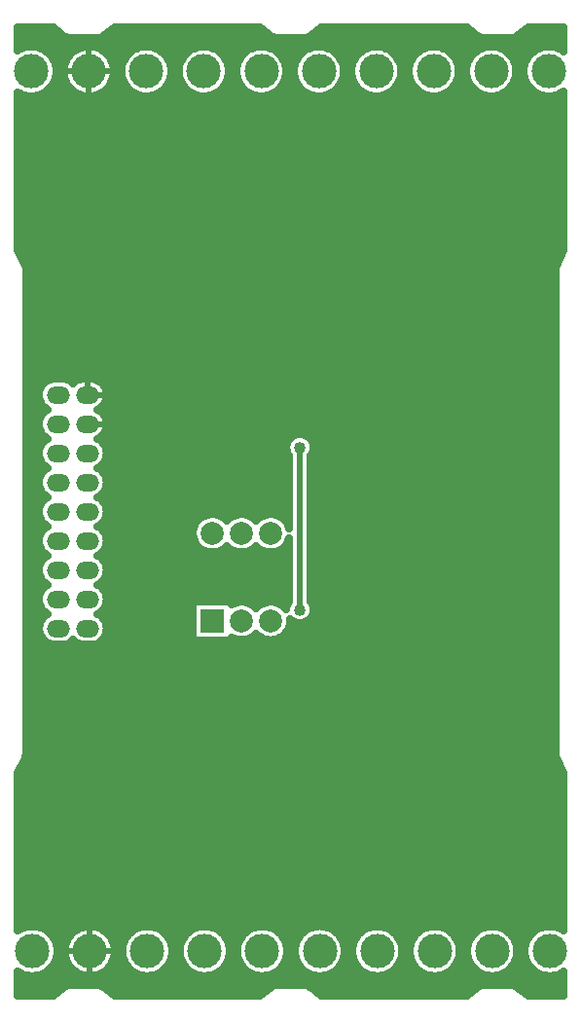
<source format=gbl>
%TF.GenerationSoftware,Novarm,DipTrace,3.3.1.2*%
%TF.CreationDate,2019-04-15T21:39:32+01:00*%
%FSLAX35Y35*%
%MOMM*%
%TF.FileFunction,Copper,L2,Bot*%
%TF.Part,Single*%
%TA.AperFunction,Conductor*%
%ADD14C,0.5*%
%TA.AperFunction,CopperBalancing*%
%ADD15C,0.635*%
%TA.AperFunction,ComponentPad*%
%ADD27R,2.0X2.0*%
%ADD28C,2.0*%
%ADD29O,2.0X1.5*%
%ADD31C,3.0*%
%TA.AperFunction,ViaPad*%
%ADD35C,1.016*%
%TA.AperFunction,CopperBalancing*%
%ADD71C,0.5*%
G75*
G01*
%LPD*%
X666680Y5269947D2*
D14*
Y5238200D1*
X1444233Y4762240D2*
Y4682873D1*
X2619100Y4857240D2*
Y4920733D1*
X3555627Y4650887D2*
X3508007D1*
X1619080Y2873073D2*
Y2746087D1*
X2365127Y5111213D2*
X2396873Y5079467D1*
X1730193Y5984247D2*
X1698447D1*
X2190520D2*
X2222267D1*
X2634973D2*
X2682593D1*
X3079427D2*
X3127047D1*
X3523880Y5968373D2*
X3571500D1*
X3968333D2*
X4000080D1*
X4412787D2*
X4460407D1*
X4857240D2*
X4888987D1*
X1634953Y5809640D2*
X1619080D1*
X2111153D2*
X2095280D1*
X3015933D2*
X2984187D1*
X2571480D2*
X2539733D1*
X3460387D2*
X3444513D1*
X3904840D2*
X3873093D1*
X4349293D2*
X4317547D1*
X4793747D2*
X4746127D1*
X1396853Y1761940D2*
Y1793687D1*
X1857180Y1761940D2*
Y1793687D1*
X2317507Y1761940D2*
Y1793687D1*
X2777833Y1761940D2*
Y1793687D1*
X3222287Y1761940D2*
Y1777813D1*
X3682613Y1761940D2*
Y1777813D1*
X4158813Y1761940D2*
Y1777813D1*
X4619140Y1761940D2*
Y1777813D1*
X1317487Y1936547D2*
X1301613D1*
X1793687D2*
X1777813D1*
X2254013D2*
X2238140D1*
X2714340D2*
X2698467D1*
X3158793D2*
X3142920D1*
X3619120D2*
X3603247D1*
X4095320D2*
X4063573D1*
X4555647D2*
X4523900D1*
X2952440Y4428660D2*
Y3015933D1*
D35*
X666680Y5269947D3*
X1444233Y4762240D3*
X2619100Y4857240D3*
X3555627Y4650887D3*
X1619080Y2873073D3*
X2365127Y5111213D3*
X1730193Y5984247D3*
X2190520D3*
X2634973D3*
X3079427D3*
X3523880Y5968373D3*
X3968333D3*
X4412787D3*
X4857240D3*
X1634953Y5809640D3*
X2111153D3*
X3015933D3*
X2571480D3*
X3460387D3*
X3904840D3*
X4349293D3*
X4793747D3*
X1396853Y1761940D3*
X1857180D3*
X2317507D3*
X2777833D3*
X3222287D3*
X3682613D3*
X4158813D3*
X4619140D3*
X1317487Y1936547D3*
X1793687D3*
X2254013D3*
X2714340D3*
X3158793D3*
X3619120D3*
X4095320D3*
X4555647D3*
X2952440Y4428660D3*
Y3015933D3*
X502336Y8032557D2*
D15*
X861237D1*
X1284914D2*
X2661367D1*
X3084588D2*
X4461133D1*
X4884810D2*
X5243711D1*
X502336Y7969390D2*
X5243711D1*
X502336Y7906223D2*
X542227D1*
X691828D2*
X1042162D1*
X1191854D2*
X1542188D1*
X1691789D2*
X2042214D1*
X2191815D2*
X2542149D1*
X2691841D2*
X3042175D1*
X3191776D2*
X3542201D1*
X3691802D2*
X4042227D1*
X4191828D2*
X4542162D1*
X4691854D2*
X5042188D1*
X5191789D2*
X5243711D1*
X786893Y7843057D2*
X947097D1*
X1286919D2*
X1447123D1*
X1786945D2*
X1947058D1*
X2286880D2*
X2447084D1*
X2786906D2*
X2947110D1*
X3286932D2*
X3447136D1*
X3786867D2*
X3947071D1*
X4286893D2*
X4447097D1*
X4786919D2*
X4947123D1*
X825448Y7779890D2*
X908542D1*
X1325383D2*
X1408568D1*
X1825409D2*
X1908594D1*
X2325435D2*
X2408620D1*
X2825461D2*
X2908555D1*
X3325396D2*
X3408581D1*
X3825422D2*
X3908607D1*
X4325448D2*
X4408542D1*
X4825383D2*
X4908568D1*
X840031Y7716723D2*
X894050D1*
X1339966D2*
X1393985D1*
X1839992D2*
X1894011D1*
X2340018D2*
X2394037D1*
X2839953D2*
X2893972D1*
X3339979D2*
X3393998D1*
X3840005D2*
X3894024D1*
X4340031D2*
X4394050D1*
X4839966D2*
X4893985D1*
X835656Y7653557D2*
X898425D1*
X1335591D2*
X1398360D1*
X1835617D2*
X1898386D1*
X2335643D2*
X2398412D1*
X2835578D2*
X2898347D1*
X3335604D2*
X3398373D1*
X3835630D2*
X3898399D1*
X4335656D2*
X4398425D1*
X4835591D2*
X4898360D1*
X810955Y7590390D2*
X923034D1*
X1310982D2*
X1423060D1*
X1811008D2*
X1922995D1*
X2310942D2*
X2423021D1*
X2810968D2*
X2923047D1*
X3310995D2*
X3423073D1*
X3810929D2*
X3923008D1*
X4310955D2*
X4423034D1*
X4810982D2*
X4923060D1*
X755083Y7527223D2*
X978907D1*
X1255109D2*
X1478841D1*
X1755135D2*
X1978867D1*
X2255161D2*
X2478893D1*
X2755096D2*
X2978920D1*
X3255122D2*
X3478854D1*
X3755148D2*
X3978880D1*
X4255083D2*
X4478907D1*
X4755109D2*
X4978841D1*
X502336Y7464057D2*
X5243711D1*
X502336Y7400890D2*
X5243711D1*
X502336Y7337723D2*
X5243711D1*
X502336Y7274557D2*
X5243711D1*
X502336Y7211390D2*
X5243711D1*
X502336Y7148223D2*
X5243711D1*
X502336Y7085057D2*
X5243711D1*
X502336Y7021890D2*
X5243711D1*
X502336Y6958723D2*
X5243711D1*
X502336Y6895557D2*
X5243711D1*
X502336Y6832390D2*
X5243711D1*
X502336Y6769223D2*
X5243711D1*
X502336Y6706057D2*
X5243711D1*
X502336Y6642890D2*
X5243711D1*
X502336Y6579723D2*
X5243711D1*
X502336Y6516557D2*
X5243711D1*
X502336Y6453390D2*
X5243711D1*
X502336Y6390223D2*
X5243711D1*
X502336Y6327057D2*
X5243711D1*
X502336Y6263890D2*
X5243711D1*
X502336Y6200723D2*
X5243711D1*
X506164Y6137557D2*
X5239883D1*
X537883Y6074390D2*
X5208164D1*
X569237Y6011223D2*
X5176810D1*
X577349Y5948057D2*
X5168698D1*
X577349Y5884890D2*
X5168698D1*
X577349Y5821723D2*
X5168698D1*
X577349Y5758557D2*
X5168698D1*
X577349Y5695390D2*
X5168698D1*
X577349Y5632223D2*
X5168698D1*
X577349Y5569057D2*
X5168698D1*
X577349Y5505890D2*
X5168698D1*
X577349Y5442723D2*
X5168698D1*
X577349Y5379557D2*
X5168698D1*
X577349Y5316390D2*
X5168698D1*
X577349Y5253223D2*
X5168698D1*
X577349Y5190057D2*
X5168698D1*
X577349Y5126890D2*
X5168698D1*
X577349Y5063723D2*
X5168698D1*
X577349Y5000557D2*
X735547D1*
X966450D2*
X989571D1*
X1220474D2*
X5168698D1*
X577349Y4937390D2*
X687058D1*
X1268963D2*
X5168698D1*
X577349Y4874223D2*
X677852D1*
X1278169D2*
X5168698D1*
X577349Y4811057D2*
X698542D1*
X1257479D2*
X5168698D1*
X577349Y4747890D2*
X737461D1*
X1218651D2*
X5168698D1*
X577349Y4684723D2*
X687604D1*
X1268416D2*
X5168698D1*
X577349Y4621557D2*
X677761D1*
X1278260D2*
X5168698D1*
X577349Y4558390D2*
X697722D1*
X1258299D2*
X5168698D1*
X577349Y4495223D2*
X739375D1*
X1216737D2*
X2848581D1*
X3056333D2*
X5168698D1*
X577349Y4432057D2*
X688151D1*
X1267870D2*
X2828073D1*
X3076841D2*
X5168698D1*
X577349Y4368890D2*
X677670D1*
X1278351D2*
X2844206D1*
X3060617D2*
X5168698D1*
X577349Y4305723D2*
X696992D1*
X1259028D2*
X2853776D1*
X3051047D2*
X5168698D1*
X577349Y4242557D2*
X741289D1*
X1214732D2*
X2853776D1*
X3051047D2*
X5168698D1*
X577349Y4179390D2*
X688698D1*
X1267323D2*
X2853776D1*
X3051047D2*
X5168698D1*
X577349Y4116223D2*
X677578D1*
X1278442D2*
X2853776D1*
X3051047D2*
X5168698D1*
X577349Y4053057D2*
X696172D1*
X1259849D2*
X2853776D1*
X3051047D2*
X5168698D1*
X577349Y3989890D2*
X743386D1*
X1212635D2*
X2853776D1*
X3051047D2*
X5168698D1*
X577349Y3926723D2*
X689245D1*
X1266776D2*
X2853776D1*
X3051047D2*
X5168698D1*
X577349Y3863557D2*
X677487D1*
X1278534D2*
X2853776D1*
X3051047D2*
X5168698D1*
X577349Y3800390D2*
X695443D1*
X1260578D2*
X2065365D1*
X2823729D2*
X2853776D1*
X3051047D2*
X5168698D1*
X577349Y3737223D2*
X745482D1*
X1210539D2*
X2026081D1*
X3051047D2*
X5168698D1*
X577349Y3674057D2*
X689883D1*
X1266138D2*
X2017149D1*
X3051047D2*
X5168698D1*
X577349Y3610890D2*
X677487D1*
X1278534D2*
X2033099D1*
X3051047D2*
X5168698D1*
X577349Y3547723D2*
X694714D1*
X1261307D2*
X2085417D1*
X2295721D2*
X2339349D1*
X2549745D2*
X2593373D1*
X2803677D2*
X2853776D1*
X3051047D2*
X5168698D1*
X577349Y3484557D2*
X747761D1*
X1208260D2*
X2853776D1*
X3051047D2*
X5168698D1*
X577349Y3421390D2*
X690430D1*
X1265591D2*
X2853776D1*
X3051047D2*
X5168698D1*
X577349Y3358223D2*
X677396D1*
X1278625D2*
X2853776D1*
X3051047D2*
X5168698D1*
X577349Y3295057D2*
X693985D1*
X1262036D2*
X2853776D1*
X3051047D2*
X5168698D1*
X577349Y3231890D2*
X750039D1*
X1205982D2*
X2853776D1*
X3051047D2*
X5168698D1*
X577349Y3168723D2*
X691068D1*
X1264953D2*
X2853776D1*
X3051047D2*
X5168698D1*
X577349Y3105557D2*
X677396D1*
X1278625D2*
X2853776D1*
X3051047D2*
X5168698D1*
X577349Y3042390D2*
X693255D1*
X1262765D2*
X2016875D1*
X3073833D2*
X5168698D1*
X577349Y2979223D2*
X752500D1*
X1203521D2*
X2016875D1*
X3071008D2*
X5168698D1*
X577349Y2916057D2*
X691706D1*
X1264315D2*
X2016875D1*
X3021789D2*
X5168698D1*
X577349Y2852890D2*
X677396D1*
X1278625D2*
X2016875D1*
X2857817D2*
X5168698D1*
X577349Y2789723D2*
X692617D1*
X1263403D2*
X2016875D1*
X2554940D2*
X2588086D1*
X2808963D2*
X5168698D1*
X577349Y2726557D2*
X755964D1*
X946125D2*
X1009896D1*
X1200057D2*
X5168698D1*
X577349Y2663390D2*
X5168698D1*
X577349Y2600223D2*
X5168698D1*
X577349Y2537057D2*
X5168698D1*
X577349Y2473890D2*
X5168698D1*
X577349Y2410723D2*
X5168698D1*
X577349Y2347557D2*
X5168698D1*
X577349Y2284390D2*
X5168698D1*
X577349Y2221223D2*
X5168698D1*
X577349Y2158057D2*
X5168698D1*
X577349Y2094890D2*
X5168698D1*
X577349Y2031723D2*
X5168698D1*
X577349Y1968557D2*
X5168698D1*
X577349Y1905390D2*
X5168698D1*
X577349Y1842223D2*
X5168698D1*
X577349Y1779057D2*
X5168698D1*
X563312Y1715890D2*
X5182735D1*
X531593Y1652723D2*
X5214362D1*
X502336Y1589557D2*
X5243711D1*
X502336Y1526390D2*
X5243711D1*
X502336Y1463223D2*
X5243711D1*
X502336Y1400057D2*
X5243711D1*
X502336Y1336890D2*
X5243711D1*
X502336Y1273723D2*
X5243711D1*
X502336Y1210557D2*
X5243711D1*
X502336Y1147390D2*
X5243711D1*
X502336Y1084223D2*
X5243711D1*
X502336Y1021057D2*
X5243711D1*
X502336Y957890D2*
X5243711D1*
X502336Y894723D2*
X5243711D1*
X502336Y831557D2*
X5243711D1*
X502336Y768390D2*
X5243711D1*
X502336Y705223D2*
X5243711D1*
X502336Y642057D2*
X5243711D1*
X502336Y578890D2*
X5243711D1*
X502336Y515723D2*
X5243711D1*
X502336Y452557D2*
X5243711D1*
X502336Y389390D2*
X5243711D1*
X502336Y326223D2*
X5243711D1*
X502336Y263057D2*
X591263D1*
X658742D2*
X1091289D1*
X1158768D2*
X1591224D1*
X1658703D2*
X2091250D1*
X2158729D2*
X2591276D1*
X2658755D2*
X3091302D1*
X3158781D2*
X3591237D1*
X3658716D2*
X4091263D1*
X4158742D2*
X4591289D1*
X4658768D2*
X5091224D1*
X5158703D2*
X5243711D1*
X786255Y199890D2*
X963776D1*
X1286281D2*
X1463711D1*
X1786216D2*
X1963737D1*
X2286242D2*
X2463763D1*
X2786268D2*
X2963789D1*
X3286203D2*
X3463724D1*
X3786229D2*
X3963750D1*
X4286255D2*
X4463776D1*
X4786281D2*
X4963711D1*
X829458Y136723D2*
X920482D1*
X1329484D2*
X1420508D1*
X1829510D2*
X1920534D1*
X2329445D2*
X2420560D1*
X2829471D2*
X2920495D1*
X3329497D2*
X3420521D1*
X3829432D2*
X3920547D1*
X4329458D2*
X4420482D1*
X4829484D2*
X4920508D1*
X847049Y73557D2*
X902891D1*
X1347075D2*
X1402917D1*
X1847101D2*
X1902943D1*
X2347036D2*
X2402969D1*
X2847062D2*
X2902904D1*
X3347088D2*
X3402930D1*
X3847114D2*
X3902956D1*
X4347049D2*
X4402891D1*
X4847075D2*
X4902917D1*
X845409Y10390D2*
X904532D1*
X1345435D2*
X1404558D1*
X1845461D2*
X1904584D1*
X2345487D2*
X2404518D1*
X2845422D2*
X2904545D1*
X3345448D2*
X3404571D1*
X3845474D2*
X3904597D1*
X4345409D2*
X4404532D1*
X4845435D2*
X4904558D1*
X824080Y-52777D2*
X925860D1*
X1324107D2*
X1425886D1*
X1824133D2*
X1925912D1*
X2324159D2*
X2425847D1*
X2824093D2*
X2925873D1*
X3324120D2*
X3425899D1*
X3824146D2*
X3925925D1*
X4324080D2*
X4425860D1*
X4824107D2*
X4925886D1*
X774497Y-115943D2*
X975443D1*
X1274523D2*
X1475469D1*
X1774549D2*
X1975495D1*
X2274575D2*
X2475430D1*
X2774510D2*
X2975456D1*
X3274536D2*
X3475482D1*
X3774562D2*
X3975508D1*
X4274497D2*
X4475443D1*
X4774523D2*
X4975469D1*
X502336Y-179110D2*
X5243711D1*
X502336Y-242277D2*
X5243711D1*
X502336Y-305443D2*
X845560D1*
X1300591D2*
X2645690D1*
X3100357D2*
X4445456D1*
X4900487D2*
X5243711D1*
X2046563Y3087983D2*
X2357810D1*
Y3063830D1*
X2380501Y3075249D1*
X2405467Y3083361D1*
X2431395Y3087468D1*
X2457645D1*
X2483573Y3083361D1*
X2508539Y3075249D1*
X2531929Y3063332D1*
X2553166Y3047902D1*
X2571485Y3029603D1*
X2589874Y3047902D1*
X2611111Y3063332D1*
X2634501Y3075249D1*
X2659467Y3083361D1*
X2685395Y3087468D1*
X2711645D1*
X2737573Y3083361D1*
X2762539Y3075249D1*
X2785929Y3063332D1*
X2807166Y3047902D1*
X2825728Y3029339D1*
X2834345Y3018299D1*
X2835804Y3034407D1*
X2840130Y3052425D1*
X2847221Y3069545D1*
X2856903Y3085345D1*
X2860155Y3089469D1*
X2860150Y3639462D1*
X2853076Y3618674D1*
X2841158Y3595285D1*
X2825728Y3574047D1*
X2807166Y3555485D1*
X2785929Y3540055D1*
X2762539Y3528138D1*
X2737573Y3520026D1*
X2711645Y3515919D1*
X2685395D1*
X2659467Y3520026D1*
X2634501Y3528138D1*
X2611111Y3540055D1*
X2589874Y3555485D1*
X2571555Y3573783D1*
X2553166Y3555485D1*
X2531929Y3540055D1*
X2508539Y3528138D1*
X2483573Y3520026D1*
X2457645Y3515919D1*
X2431395D1*
X2405467Y3520026D1*
X2380501Y3528138D1*
X2357111Y3540055D1*
X2335874Y3555485D1*
X2317555Y3573783D1*
X2299216Y3555485D1*
X2277979Y3540055D1*
X2254589Y3528138D1*
X2229623Y3520026D1*
X2203695Y3515919D1*
X2177445D1*
X2151517Y3520026D1*
X2126551Y3528138D1*
X2103161Y3540055D1*
X2081924Y3555485D1*
X2063362Y3574047D1*
X2047932Y3595285D1*
X2036014Y3618674D1*
X2027902Y3643640D1*
X2023796Y3669568D1*
Y3695819D1*
X2027902Y3721746D1*
X2036014Y3746712D1*
X2047932Y3770102D1*
X2063362Y3791339D1*
X2081924Y3809902D1*
X2103161Y3825332D1*
X2126551Y3837249D1*
X2151517Y3845361D1*
X2177445Y3849468D1*
X2203695D1*
X2229623Y3845361D1*
X2254589Y3837249D1*
X2277979Y3825332D1*
X2299216Y3809902D1*
X2317535Y3791603D1*
X2335874Y3809902D1*
X2357111Y3825332D1*
X2380501Y3837249D1*
X2405467Y3845361D1*
X2431395Y3849468D1*
X2457645D1*
X2483573Y3845361D1*
X2508539Y3837249D1*
X2531929Y3825332D1*
X2553166Y3809902D1*
X2571485Y3791603D1*
X2589874Y3809902D1*
X2611111Y3825332D1*
X2634501Y3837249D1*
X2659467Y3845361D1*
X2685395Y3849468D1*
X2711645D1*
X2737573Y3845361D1*
X2762539Y3837249D1*
X2785929Y3825332D1*
X2807166Y3809902D1*
X2825728Y3791339D1*
X2841158Y3770102D1*
X2853076Y3746712D1*
X2860143Y3725450D1*
X2860150Y4354957D1*
X2851752Y4366958D1*
X2843339Y4383469D1*
X2837613Y4401092D1*
X2834714Y4419395D1*
Y4437925D1*
X2837613Y4456228D1*
X2843339Y4473851D1*
X2851752Y4490362D1*
X2862644Y4505353D1*
X2875747Y4518456D1*
X2890738Y4529348D1*
X2907249Y4537761D1*
X2924872Y4543487D1*
X2943175Y4546386D1*
X2961705D1*
X2980008Y4543487D1*
X2997631Y4537761D1*
X3014142Y4529348D1*
X3029133Y4518456D1*
X3042236Y4505353D1*
X3053128Y4490362D1*
X3061541Y4473851D1*
X3067267Y4456228D1*
X3070166Y4437925D1*
Y4419395D1*
X3067267Y4401092D1*
X3061541Y4383469D1*
X3053128Y4366958D1*
X3044725Y4355124D1*
X3044730Y3089637D1*
X3053128Y3077635D1*
X3061541Y3061124D1*
X3067267Y3043501D1*
X3070166Y3025199D1*
Y3006668D1*
X3067267Y2988366D1*
X3061541Y2970742D1*
X3053128Y2954232D1*
X3042236Y2939240D1*
X3029133Y2926137D1*
X3014142Y2915245D1*
X2997631Y2906832D1*
X2980008Y2901106D1*
X2961705Y2898207D1*
X2943175D1*
X2924872Y2901106D1*
X2907249Y2906832D1*
X2890738Y2915245D1*
X2875747Y2926137D1*
X2865029Y2936660D1*
X2865810Y2920693D1*
X2863750Y2894523D1*
X2857622Y2868998D1*
X2847576Y2844745D1*
X2833860Y2822363D1*
X2816812Y2802401D1*
X2796851Y2785353D1*
X2774468Y2771637D1*
X2750215Y2761591D1*
X2724690Y2755463D1*
X2698520Y2753403D1*
X2672350Y2755463D1*
X2646825Y2761591D1*
X2622572Y2771637D1*
X2600189Y2785353D1*
X2580228Y2802401D1*
X2571555Y2811783D1*
X2553166Y2793485D1*
X2531929Y2778055D1*
X2508539Y2766138D1*
X2483573Y2758026D1*
X2457645Y2753919D1*
X2431395D1*
X2405467Y2758026D1*
X2380501Y2766138D1*
X2357783Y2777679D1*
X2357810Y2753403D1*
X2023230D1*
Y3087983D1*
X2046563D1*
X761858Y4758794D2*
X742384Y4770662D1*
X725406Y4785162D1*
X710905Y4802141D1*
X699239Y4821178D1*
X690694Y4841807D1*
X685482Y4863518D1*
X683730Y4885777D1*
X685482Y4908036D1*
X690694Y4929747D1*
X699239Y4950375D1*
X710905Y4969413D1*
X725406Y4986391D1*
X742384Y5000892D1*
X761422Y5012558D1*
X782050Y5021102D1*
X803761Y5026315D1*
X826064Y5028065D1*
X887184Y5027628D1*
X909237Y5024135D1*
X930472Y5017235D1*
X950366Y5007099D1*
X968430Y4993975D1*
X977967Y4984949D1*
X990729Y4996563D1*
X1005988Y5007291D1*
X1022520Y5015931D1*
X1040040Y5022334D1*
X1058247Y5026391D1*
X1076828Y5028031D1*
X1140817Y5027656D1*
X1159284Y5025025D1*
X1177248Y5020000D1*
X1194400Y5012669D1*
X1210446Y5003157D1*
X1225109Y4991628D1*
X1238139Y4978280D1*
X1249310Y4963342D1*
X1258431Y4947070D1*
X1265346Y4929746D1*
X1269935Y4911666D1*
X1272119Y4893141D1*
X1272004Y4876450D1*
X1269564Y4857957D1*
X1264726Y4839942D1*
X1257573Y4822715D1*
X1248227Y4806571D1*
X1236851Y4791789D1*
X1223638Y4778622D1*
X1208817Y4767297D1*
X1194183Y4758795D1*
X1210446Y4749157D1*
X1225109Y4737628D1*
X1238139Y4724280D1*
X1249310Y4709342D1*
X1258431Y4693070D1*
X1265346Y4675746D1*
X1269935Y4657666D1*
X1272119Y4639141D1*
X1272004Y4622450D1*
X1269564Y4603957D1*
X1264726Y4585942D1*
X1257573Y4568715D1*
X1248227Y4552571D1*
X1236851Y4537789D1*
X1223638Y4524622D1*
X1208817Y4513297D1*
X1194183Y4504795D1*
X1213656Y4492892D1*
X1230634Y4478391D1*
X1245135Y4461413D1*
X1256801Y4442375D1*
X1265346Y4421747D1*
X1270558Y4400036D1*
X1272310Y4377777D1*
X1270558Y4355518D1*
X1265346Y4333807D1*
X1256801Y4313178D1*
X1245135Y4294141D1*
X1230634Y4277162D1*
X1213656Y4262662D1*
X1194182Y4250794D1*
X1213656Y4238892D1*
X1230634Y4224391D1*
X1245135Y4207413D1*
X1256801Y4188375D1*
X1265346Y4167747D1*
X1270558Y4146036D1*
X1272310Y4123777D1*
X1270558Y4101518D1*
X1265346Y4079807D1*
X1256801Y4059178D1*
X1245135Y4040141D1*
X1230634Y4023162D1*
X1213656Y4008662D1*
X1194182Y3996794D1*
X1213656Y3984892D1*
X1230634Y3970391D1*
X1245135Y3953413D1*
X1256801Y3934375D1*
X1265346Y3913747D1*
X1270558Y3892036D1*
X1272310Y3869777D1*
X1270558Y3847518D1*
X1265346Y3825807D1*
X1256801Y3805178D1*
X1245135Y3786141D1*
X1230634Y3769162D1*
X1213656Y3754662D1*
X1194182Y3742794D1*
X1213656Y3730892D1*
X1230634Y3716391D1*
X1245135Y3699413D1*
X1256801Y3680375D1*
X1265346Y3659747D1*
X1270558Y3638036D1*
X1272310Y3615777D1*
X1270558Y3593518D1*
X1265346Y3571807D1*
X1256801Y3551178D1*
X1245135Y3532141D1*
X1230634Y3515162D1*
X1213656Y3500662D1*
X1194182Y3488794D1*
X1213656Y3476892D1*
X1230634Y3462391D1*
X1245135Y3445413D1*
X1256801Y3426375D1*
X1265346Y3405747D1*
X1270558Y3384036D1*
X1272310Y3361777D1*
X1270558Y3339518D1*
X1265346Y3317807D1*
X1256801Y3297178D1*
X1245135Y3278141D1*
X1230634Y3261162D1*
X1213656Y3246662D1*
X1194182Y3234794D1*
X1213656Y3222892D1*
X1230634Y3208391D1*
X1245135Y3191413D1*
X1256801Y3172375D1*
X1265346Y3151747D1*
X1270558Y3130036D1*
X1272310Y3107777D1*
X1270558Y3085518D1*
X1265346Y3063807D1*
X1256801Y3043178D1*
X1245135Y3024141D1*
X1230634Y3007162D1*
X1213656Y2992662D1*
X1194182Y2980794D1*
X1213656Y2968892D1*
X1230634Y2954391D1*
X1245135Y2937413D1*
X1256801Y2918375D1*
X1265346Y2897747D1*
X1270558Y2876036D1*
X1272310Y2853777D1*
X1270558Y2831518D1*
X1265346Y2809807D1*
X1256801Y2789178D1*
X1245135Y2770141D1*
X1230634Y2753162D1*
X1213656Y2738662D1*
X1194618Y2726995D1*
X1173990Y2718451D1*
X1152279Y2713238D1*
X1130021Y2711486D1*
X1068856Y2711925D1*
X1046803Y2715418D1*
X1025568Y2722318D1*
X1005674Y2732454D1*
X987610Y2745579D1*
X978073Y2754605D1*
X959656Y2738662D1*
X940618Y2726995D1*
X919990Y2718451D1*
X898279Y2713238D1*
X876020Y2711486D1*
X814856Y2711925D1*
X792803Y2715418D1*
X771568Y2722318D1*
X751674Y2732454D1*
X733610Y2745579D1*
X717822Y2761367D1*
X704698Y2779430D1*
X694561Y2799325D1*
X687661Y2820560D1*
X684169Y2842613D1*
Y2864941D1*
X687661Y2886994D1*
X694561Y2908229D1*
X704698Y2928123D1*
X717822Y2946187D1*
X733610Y2961975D1*
X751674Y2975099D1*
X761422Y2980995D1*
X742384Y2992662D1*
X725406Y3007162D1*
X710905Y3024141D1*
X699239Y3043178D1*
X690694Y3063807D1*
X685482Y3085518D1*
X683730Y3107777D1*
X685482Y3130036D1*
X690694Y3151747D1*
X699239Y3172375D1*
X710905Y3191413D1*
X725406Y3208391D1*
X742384Y3222892D1*
X761858Y3234759D1*
X742384Y3246662D1*
X725406Y3261162D1*
X710905Y3278141D1*
X699239Y3297178D1*
X690694Y3317807D1*
X685482Y3339518D1*
X683730Y3361777D1*
X685482Y3384036D1*
X690694Y3405747D1*
X699239Y3426375D1*
X710905Y3445413D1*
X725406Y3462391D1*
X742384Y3476892D1*
X761858Y3488759D1*
X742384Y3500662D1*
X725406Y3515162D1*
X710905Y3532141D1*
X699239Y3551178D1*
X690694Y3571807D1*
X685482Y3593518D1*
X683730Y3615777D1*
X685482Y3638036D1*
X690694Y3659747D1*
X699239Y3680375D1*
X710905Y3699413D1*
X725406Y3716391D1*
X742384Y3730892D1*
X761858Y3742759D1*
X742384Y3754662D1*
X725406Y3769162D1*
X710905Y3786141D1*
X699239Y3805178D1*
X690694Y3825807D1*
X685482Y3847518D1*
X683730Y3869777D1*
X685482Y3892036D1*
X690694Y3913747D1*
X699239Y3934375D1*
X710905Y3953413D1*
X725406Y3970391D1*
X742384Y3984892D1*
X761858Y3996759D1*
X742384Y4008662D1*
X725406Y4023162D1*
X710905Y4040141D1*
X699239Y4059178D1*
X690694Y4079807D1*
X685482Y4101518D1*
X683730Y4123777D1*
X685482Y4146036D1*
X690694Y4167747D1*
X699239Y4188375D1*
X710905Y4207413D1*
X725406Y4224391D1*
X742384Y4238892D1*
X761858Y4250759D1*
X742384Y4262662D1*
X725406Y4277162D1*
X710905Y4294141D1*
X699239Y4313178D1*
X690694Y4333807D1*
X685482Y4355518D1*
X683730Y4377777D1*
X685482Y4400036D1*
X690694Y4421747D1*
X699239Y4442375D1*
X710905Y4461413D1*
X725406Y4478391D1*
X742384Y4492892D1*
X761858Y4504759D1*
X742384Y4516662D1*
X725406Y4531162D1*
X710905Y4548141D1*
X699239Y4567178D1*
X690694Y4587807D1*
X685482Y4609518D1*
X683730Y4631777D1*
X685482Y4654036D1*
X690694Y4675747D1*
X699239Y4696375D1*
X710905Y4715413D1*
X725406Y4732391D1*
X742384Y4746892D1*
X761858Y4758759D1*
X833620Y7682952D2*
X831615Y7666008D1*
X828286Y7649275D1*
X823655Y7632854D1*
X817750Y7616847D1*
X810607Y7601352D1*
X802270Y7586466D1*
X792791Y7572280D1*
X782229Y7558881D1*
X770647Y7546353D1*
X758119Y7534771D1*
X744720Y7524209D1*
X730534Y7514730D1*
X715648Y7506393D1*
X700153Y7499250D1*
X684146Y7493345D1*
X667725Y7488714D1*
X650992Y7485385D1*
X634048Y7483380D1*
X617000Y7482710D1*
X599952Y7483380D1*
X583008Y7485385D1*
X566275Y7488714D1*
X549854Y7493345D1*
X533847Y7499250D1*
X518352Y7506393D1*
X495985Y7519728D1*
X495970Y6145284D1*
X563043Y6010880D1*
X568182Y5994738D1*
X570734Y5977959D1*
X571017Y5666827D1*
X570684Y1760923D1*
X568035Y1744192D1*
X562786Y1728052D1*
X495945Y1594292D1*
X495970Y222382D1*
X511466Y232770D1*
X526352Y241107D1*
X541847Y248250D1*
X557854Y254155D1*
X574275Y258786D1*
X591008Y262115D1*
X607952Y264120D1*
X625000Y264790D1*
X642048Y264120D1*
X658992Y262115D1*
X675725Y258786D1*
X692146Y254155D1*
X708153Y248250D1*
X723648Y241107D1*
X738534Y232770D1*
X752720Y223291D1*
X766119Y212729D1*
X778647Y201147D1*
X790229Y188619D1*
X800791Y175220D1*
X810270Y161034D1*
X818607Y146148D1*
X825750Y130653D1*
X831655Y114646D1*
X836286Y98225D1*
X839615Y81492D1*
X841620Y64548D1*
X842290Y47500D1*
X841620Y30452D1*
X839615Y13508D1*
X836286Y-3225D1*
X831655Y-19646D1*
X825750Y-35653D1*
X818607Y-51148D1*
X810270Y-66034D1*
X800791Y-80220D1*
X790229Y-93619D1*
X778647Y-106147D1*
X766119Y-117729D1*
X752720Y-128291D1*
X738534Y-137770D1*
X723648Y-146107D1*
X708153Y-153250D1*
X692146Y-159155D1*
X675725Y-163786D1*
X658992Y-167115D1*
X642048Y-169120D1*
X625000Y-169790D1*
X607952Y-169120D1*
X591008Y-167115D1*
X574275Y-163786D1*
X557854Y-159155D1*
X541847Y-153250D1*
X526352Y-146107D1*
X511466Y-137770D1*
X495972Y-127260D1*
X495970Y-342358D1*
X805194Y-342273D1*
X902972Y-265495D1*
X917742Y-257201D1*
X933628Y-251320D1*
X950238Y-247996D1*
X986382Y-247233D1*
X1191690Y-247566D1*
X1208420Y-250216D1*
X1224531Y-255450D1*
X1239624Y-263141D1*
X1268597Y-285123D1*
X1340639Y-342287D1*
X2605380Y-342273D1*
X2703106Y-265495D1*
X2717876Y-257201D1*
X2733762Y-251320D1*
X2750372Y-247996D1*
X2786516Y-247233D1*
X2991327Y-247566D1*
X3008057Y-250216D1*
X3024168Y-255450D1*
X3039261Y-263141D1*
X3068093Y-284951D1*
X3140679Y-342309D1*
X4405332Y-342273D1*
X4502563Y-265616D1*
X4517316Y-257293D1*
X4533190Y-251379D1*
X4549793Y-248022D1*
X4586153Y-247233D1*
X4787353Y-247321D1*
X4804172Y-249331D1*
X4820470Y-253948D1*
X4835846Y-261058D1*
X4849920Y-270485D1*
X4940813Y-342309D1*
X5250075Y-342273D1*
X5250070Y-130210D1*
X5223648Y-146107D1*
X5208153Y-153250D1*
X5192146Y-159155D1*
X5175725Y-163786D1*
X5158992Y-167115D1*
X5142048Y-169120D1*
X5125000Y-169790D1*
X5107952Y-169120D1*
X5091008Y-167115D1*
X5074275Y-163786D1*
X5057854Y-159155D1*
X5041847Y-153250D1*
X5026352Y-146107D1*
X5011466Y-137770D1*
X4997280Y-128291D1*
X4983881Y-117729D1*
X4971353Y-106147D1*
X4959771Y-93619D1*
X4949209Y-80220D1*
X4939730Y-66034D1*
X4931393Y-51148D1*
X4924250Y-35653D1*
X4918345Y-19646D1*
X4913714Y-3225D1*
X4910385Y13508D1*
X4908380Y30452D1*
X4907710Y47500D1*
X4908380Y64548D1*
X4910385Y81492D1*
X4913714Y98225D1*
X4918345Y114646D1*
X4924250Y130653D1*
X4931393Y146148D1*
X4939730Y161034D1*
X4949209Y175220D1*
X4959771Y188619D1*
X4971353Y201147D1*
X4983881Y212729D1*
X4997280Y223291D1*
X5011466Y232770D1*
X5026352Y241107D1*
X5041847Y248250D1*
X5057854Y254155D1*
X5074275Y258786D1*
X5091008Y262115D1*
X5107952Y264120D1*
X5125000Y264790D1*
X5142048Y264120D1*
X5158992Y262115D1*
X5175725Y258786D1*
X5192146Y254155D1*
X5208153Y248250D1*
X5223648Y241107D1*
X5238534Y232770D1*
X5250115Y225032D1*
X5250070Y1594269D1*
X5182997Y1728674D1*
X5177858Y1744815D1*
X5175306Y1761594D1*
X5175023Y2072726D1*
X5175355Y5978630D1*
X5178005Y5995361D1*
X5183254Y6011502D1*
X5250095Y6145261D1*
X5250070Y7528292D1*
X5230534Y7514730D1*
X5215648Y7506393D1*
X5200153Y7499250D1*
X5184146Y7493345D1*
X5167725Y7488714D1*
X5150992Y7485385D1*
X5134048Y7483380D1*
X5117000Y7482710D1*
X5099952Y7483380D1*
X5083008Y7485385D1*
X5066275Y7488714D1*
X5049854Y7493345D1*
X5033847Y7499250D1*
X5018352Y7506393D1*
X5003466Y7514730D1*
X4989280Y7524209D1*
X4975881Y7534771D1*
X4963353Y7546353D1*
X4951771Y7558881D1*
X4941209Y7572280D1*
X4931730Y7586466D1*
X4923393Y7601352D1*
X4916250Y7616847D1*
X4910345Y7632854D1*
X4905714Y7649275D1*
X4902385Y7666008D1*
X4900380Y7682952D1*
X4899710Y7700000D1*
X4900380Y7717048D1*
X4902385Y7733992D1*
X4905714Y7750725D1*
X4910345Y7767146D1*
X4916250Y7783153D1*
X4923393Y7798648D1*
X4931730Y7813534D1*
X4941209Y7827720D1*
X4951771Y7841119D1*
X4963353Y7853647D1*
X4975881Y7865229D1*
X4989280Y7875791D1*
X5003466Y7885270D1*
X5018352Y7893607D1*
X5033847Y7900750D1*
X5049854Y7906655D1*
X5066275Y7911286D1*
X5083008Y7914615D1*
X5099952Y7916620D1*
X5117000Y7917290D1*
X5134048Y7916620D1*
X5150992Y7914615D1*
X5167725Y7911286D1*
X5184146Y7906655D1*
X5200153Y7900750D1*
X5215648Y7893607D1*
X5230534Y7885270D1*
X5250111Y7871541D1*
X5250070Y8081911D1*
X4940846Y8081826D1*
X4843068Y8005048D1*
X4828298Y7996754D1*
X4812412Y7990873D1*
X4795802Y7987549D1*
X4759658Y7986786D1*
X4554350Y7987119D1*
X4537620Y7989769D1*
X4521509Y7995004D1*
X4506416Y8002694D1*
X4477443Y8024677D1*
X4405401Y8081840D1*
X3140660Y8081826D1*
X3042934Y8005048D1*
X3028164Y7996754D1*
X3012278Y7990873D1*
X2995668Y7987549D1*
X2959524Y7986787D1*
X2754713Y7987119D1*
X2737983Y7989769D1*
X2721872Y7995004D1*
X2706779Y8002694D1*
X2677947Y8024505D1*
X2605361Y8081862D1*
X1340708Y8081827D1*
X1243477Y8005169D1*
X1228724Y7996846D1*
X1212850Y7990933D1*
X1196247Y7987575D1*
X1159887Y7986787D1*
X954579Y7987119D1*
X937849Y7989769D1*
X921738Y7995004D1*
X906645Y8002694D1*
X877813Y8024505D1*
X805227Y8081862D1*
X495965Y8081827D1*
X495970Y7880519D1*
X518352Y7893607D1*
X533847Y7900750D1*
X549854Y7906655D1*
X566275Y7911286D1*
X583008Y7914615D1*
X599952Y7916620D1*
X617000Y7917290D1*
X634048Y7916620D1*
X650992Y7914615D1*
X667725Y7911286D1*
X684146Y7906655D1*
X700153Y7900750D1*
X715648Y7893607D1*
X730534Y7885270D1*
X744720Y7875791D1*
X758119Y7865229D1*
X770647Y7853647D1*
X782229Y7841119D1*
X792791Y7827720D1*
X802270Y7813534D1*
X810607Y7798648D1*
X817750Y7783153D1*
X823655Y7767146D1*
X828286Y7750725D1*
X831615Y7733992D1*
X833620Y7717048D1*
X834290Y7700000D1*
X833620Y7682952D1*
X1334240Y7695334D2*
X1332488Y7672077D1*
X1328255Y7649143D1*
X1321587Y7626794D1*
X1312563Y7605289D1*
X1301285Y7584874D1*
X1287885Y7565786D1*
X1272516Y7548245D1*
X1255356Y7532451D1*
X1236601Y7518587D1*
X1216469Y7506814D1*
X1195191Y7497266D1*
X1173012Y7490053D1*
X1150188Y7485259D1*
X1126981Y7482939D1*
X1103660Y7483120D1*
X1080492Y7485799D1*
X1057745Y7490945D1*
X1035681Y7498500D1*
X1014553Y7508377D1*
X994605Y7520460D1*
X976068Y7534612D1*
X959154Y7550670D1*
X944058Y7568447D1*
X930955Y7587741D1*
X919995Y7608327D1*
X911304Y7629969D1*
X904984Y7652419D1*
X901105Y7675416D1*
X899714Y7698697D1*
X900826Y7721992D1*
X904428Y7745035D1*
X910479Y7767558D1*
X918909Y7789303D1*
X929622Y7810020D1*
X942493Y7829468D1*
X957374Y7847426D1*
X974094Y7863685D1*
X992460Y7878058D1*
X1012262Y7890381D1*
X1033269Y7900510D1*
X1055242Y7908329D1*
X1077925Y7913748D1*
X1101059Y7916704D1*
X1124377Y7917165D1*
X1147610Y7915123D1*
X1170489Y7910603D1*
X1192753Y7903658D1*
X1214144Y7894365D1*
X1234416Y7882834D1*
X1253336Y7869197D1*
X1270684Y7853610D1*
X1286263Y7836254D1*
X1299891Y7817328D1*
X1311412Y7797050D1*
X1320694Y7775655D1*
X1327629Y7753388D1*
X1332138Y7730506D1*
X1334168Y7707272D1*
X1334240Y7695334D1*
X1833620Y7682952D2*
X1831615Y7666008D1*
X1828286Y7649275D1*
X1823655Y7632854D1*
X1817750Y7616847D1*
X1810607Y7601352D1*
X1802270Y7586466D1*
X1792791Y7572280D1*
X1782229Y7558881D1*
X1770647Y7546353D1*
X1758119Y7534771D1*
X1744720Y7524209D1*
X1730534Y7514730D1*
X1715648Y7506393D1*
X1700153Y7499250D1*
X1684146Y7493345D1*
X1667725Y7488714D1*
X1650992Y7485385D1*
X1634048Y7483380D1*
X1617000Y7482710D1*
X1599952Y7483380D1*
X1583008Y7485385D1*
X1566275Y7488714D1*
X1549854Y7493345D1*
X1533847Y7499250D1*
X1518352Y7506393D1*
X1503466Y7514730D1*
X1489280Y7524209D1*
X1475881Y7534771D1*
X1463353Y7546353D1*
X1451771Y7558881D1*
X1441209Y7572280D1*
X1431730Y7586466D1*
X1423393Y7601352D1*
X1416250Y7616847D1*
X1410345Y7632854D1*
X1405714Y7649275D1*
X1402385Y7666008D1*
X1400380Y7682952D1*
X1399710Y7700000D1*
X1400380Y7717048D1*
X1402385Y7733992D1*
X1405714Y7750725D1*
X1410345Y7767146D1*
X1416250Y7783153D1*
X1423393Y7798648D1*
X1431730Y7813534D1*
X1441209Y7827720D1*
X1451771Y7841119D1*
X1463353Y7853647D1*
X1475881Y7865229D1*
X1489280Y7875791D1*
X1503466Y7885270D1*
X1518352Y7893607D1*
X1533847Y7900750D1*
X1549854Y7906655D1*
X1566275Y7911286D1*
X1583008Y7914615D1*
X1599952Y7916620D1*
X1617000Y7917290D1*
X1634048Y7916620D1*
X1650992Y7914615D1*
X1667725Y7911286D1*
X1684146Y7906655D1*
X1700153Y7900750D1*
X1715648Y7893607D1*
X1730534Y7885270D1*
X1744720Y7875791D1*
X1758119Y7865229D1*
X1770647Y7853647D1*
X1782229Y7841119D1*
X1792791Y7827720D1*
X1802270Y7813534D1*
X1810607Y7798648D1*
X1817750Y7783153D1*
X1823655Y7767146D1*
X1828286Y7750725D1*
X1831615Y7733992D1*
X1833620Y7717048D1*
X1834290Y7700000D1*
X1833620Y7682952D1*
X2333620D2*
X2331615Y7666008D1*
X2328286Y7649275D1*
X2323655Y7632854D1*
X2317750Y7616847D1*
X2310607Y7601352D1*
X2302270Y7586466D1*
X2292791Y7572280D1*
X2282229Y7558881D1*
X2270647Y7546353D1*
X2258119Y7534771D1*
X2244720Y7524209D1*
X2230534Y7514730D1*
X2215648Y7506393D1*
X2200153Y7499250D1*
X2184146Y7493345D1*
X2167725Y7488714D1*
X2150992Y7485385D1*
X2134048Y7483380D1*
X2117000Y7482710D1*
X2099952Y7483380D1*
X2083008Y7485385D1*
X2066275Y7488714D1*
X2049854Y7493345D1*
X2033847Y7499250D1*
X2018352Y7506393D1*
X2003466Y7514730D1*
X1989280Y7524209D1*
X1975881Y7534771D1*
X1963353Y7546353D1*
X1951771Y7558881D1*
X1941209Y7572280D1*
X1931730Y7586466D1*
X1923393Y7601352D1*
X1916250Y7616847D1*
X1910345Y7632854D1*
X1905714Y7649275D1*
X1902385Y7666008D1*
X1900380Y7682952D1*
X1899710Y7700000D1*
X1900380Y7717048D1*
X1902385Y7733992D1*
X1905714Y7750725D1*
X1910345Y7767146D1*
X1916250Y7783153D1*
X1923393Y7798648D1*
X1931730Y7813534D1*
X1941209Y7827720D1*
X1951771Y7841119D1*
X1963353Y7853647D1*
X1975881Y7865229D1*
X1989280Y7875791D1*
X2003466Y7885270D1*
X2018352Y7893607D1*
X2033847Y7900750D1*
X2049854Y7906655D1*
X2066275Y7911286D1*
X2083008Y7914615D1*
X2099952Y7916620D1*
X2117000Y7917290D1*
X2134048Y7916620D1*
X2150992Y7914615D1*
X2167725Y7911286D1*
X2184146Y7906655D1*
X2200153Y7900750D1*
X2215648Y7893607D1*
X2230534Y7885270D1*
X2244720Y7875791D1*
X2258119Y7865229D1*
X2270647Y7853647D1*
X2282229Y7841119D1*
X2292791Y7827720D1*
X2302270Y7813534D1*
X2310607Y7798648D1*
X2317750Y7783153D1*
X2323655Y7767146D1*
X2328286Y7750725D1*
X2331615Y7733992D1*
X2333620Y7717048D1*
X2334290Y7700000D1*
X2333620Y7682952D1*
X2833620D2*
X2831615Y7666008D1*
X2828286Y7649275D1*
X2823655Y7632854D1*
X2817750Y7616847D1*
X2810607Y7601352D1*
X2802270Y7586466D1*
X2792791Y7572280D1*
X2782229Y7558881D1*
X2770647Y7546353D1*
X2758119Y7534771D1*
X2744720Y7524209D1*
X2730534Y7514730D1*
X2715648Y7506393D1*
X2700153Y7499250D1*
X2684146Y7493345D1*
X2667725Y7488714D1*
X2650992Y7485385D1*
X2634048Y7483380D1*
X2617000Y7482710D1*
X2599952Y7483380D1*
X2583008Y7485385D1*
X2566275Y7488714D1*
X2549854Y7493345D1*
X2533847Y7499250D1*
X2518352Y7506393D1*
X2503466Y7514730D1*
X2489280Y7524209D1*
X2475881Y7534771D1*
X2463353Y7546353D1*
X2451771Y7558881D1*
X2441209Y7572280D1*
X2431730Y7586466D1*
X2423393Y7601352D1*
X2416250Y7616847D1*
X2410345Y7632854D1*
X2405714Y7649275D1*
X2402385Y7666008D1*
X2400380Y7682952D1*
X2399710Y7700000D1*
X2400380Y7717048D1*
X2402385Y7733992D1*
X2405714Y7750725D1*
X2410345Y7767146D1*
X2416250Y7783153D1*
X2423393Y7798648D1*
X2431730Y7813534D1*
X2441209Y7827720D1*
X2451771Y7841119D1*
X2463353Y7853647D1*
X2475881Y7865229D1*
X2489280Y7875791D1*
X2503466Y7885270D1*
X2518352Y7893607D1*
X2533847Y7900750D1*
X2549854Y7906655D1*
X2566275Y7911286D1*
X2583008Y7914615D1*
X2599952Y7916620D1*
X2617000Y7917290D1*
X2634048Y7916620D1*
X2650992Y7914615D1*
X2667725Y7911286D1*
X2684146Y7906655D1*
X2700153Y7900750D1*
X2715648Y7893607D1*
X2730534Y7885270D1*
X2744720Y7875791D1*
X2758119Y7865229D1*
X2770647Y7853647D1*
X2782229Y7841119D1*
X2792791Y7827720D1*
X2802270Y7813534D1*
X2810607Y7798648D1*
X2817750Y7783153D1*
X2823655Y7767146D1*
X2828286Y7750725D1*
X2831615Y7733992D1*
X2833620Y7717048D1*
X2834290Y7700000D1*
X2833620Y7682952D1*
X3333620D2*
X3331615Y7666008D1*
X3328286Y7649275D1*
X3323655Y7632854D1*
X3317750Y7616847D1*
X3310607Y7601352D1*
X3302270Y7586466D1*
X3292791Y7572280D1*
X3282229Y7558881D1*
X3270647Y7546353D1*
X3258119Y7534771D1*
X3244720Y7524209D1*
X3230534Y7514730D1*
X3215648Y7506393D1*
X3200153Y7499250D1*
X3184146Y7493345D1*
X3167725Y7488714D1*
X3150992Y7485385D1*
X3134048Y7483380D1*
X3117000Y7482710D1*
X3099952Y7483380D1*
X3083008Y7485385D1*
X3066275Y7488714D1*
X3049854Y7493345D1*
X3033847Y7499250D1*
X3018352Y7506393D1*
X3003466Y7514730D1*
X2989280Y7524209D1*
X2975881Y7534771D1*
X2963353Y7546353D1*
X2951771Y7558881D1*
X2941209Y7572280D1*
X2931730Y7586466D1*
X2923393Y7601352D1*
X2916250Y7616847D1*
X2910345Y7632854D1*
X2905714Y7649275D1*
X2902385Y7666008D1*
X2900380Y7682952D1*
X2899710Y7700000D1*
X2900380Y7717048D1*
X2902385Y7733992D1*
X2905714Y7750725D1*
X2910345Y7767146D1*
X2916250Y7783153D1*
X2923393Y7798648D1*
X2931730Y7813534D1*
X2941209Y7827720D1*
X2951771Y7841119D1*
X2963353Y7853647D1*
X2975881Y7865229D1*
X2989280Y7875791D1*
X3003466Y7885270D1*
X3018352Y7893607D1*
X3033847Y7900750D1*
X3049854Y7906655D1*
X3066275Y7911286D1*
X3083008Y7914615D1*
X3099952Y7916620D1*
X3117000Y7917290D1*
X3134048Y7916620D1*
X3150992Y7914615D1*
X3167725Y7911286D1*
X3184146Y7906655D1*
X3200153Y7900750D1*
X3215648Y7893607D1*
X3230534Y7885270D1*
X3244720Y7875791D1*
X3258119Y7865229D1*
X3270647Y7853647D1*
X3282229Y7841119D1*
X3292791Y7827720D1*
X3302270Y7813534D1*
X3310607Y7798648D1*
X3317750Y7783153D1*
X3323655Y7767146D1*
X3328286Y7750725D1*
X3331615Y7733992D1*
X3333620Y7717048D1*
X3334290Y7700000D1*
X3333620Y7682952D1*
X4841620Y30452D2*
X4839615Y13508D1*
X4836286Y-3225D1*
X4831655Y-19646D1*
X4825750Y-35653D1*
X4818607Y-51148D1*
X4810270Y-66034D1*
X4800791Y-80220D1*
X4790229Y-93619D1*
X4778647Y-106147D1*
X4766119Y-117729D1*
X4752720Y-128291D1*
X4738534Y-137770D1*
X4723648Y-146107D1*
X4708153Y-153250D1*
X4692146Y-159155D1*
X4675725Y-163786D1*
X4658992Y-167115D1*
X4642048Y-169120D1*
X4625000Y-169790D1*
X4607952Y-169120D1*
X4591008Y-167115D1*
X4574275Y-163786D1*
X4557854Y-159155D1*
X4541847Y-153250D1*
X4526352Y-146107D1*
X4511466Y-137770D1*
X4497280Y-128291D1*
X4483881Y-117729D1*
X4471353Y-106147D1*
X4459771Y-93619D1*
X4449209Y-80220D1*
X4439730Y-66034D1*
X4431393Y-51148D1*
X4424250Y-35653D1*
X4418345Y-19646D1*
X4413714Y-3225D1*
X4410385Y13508D1*
X4408380Y30452D1*
X4407710Y47500D1*
X4408380Y64548D1*
X4410385Y81492D1*
X4413714Y98225D1*
X4418345Y114646D1*
X4424250Y130653D1*
X4431393Y146148D1*
X4439730Y161034D1*
X4449209Y175220D1*
X4459771Y188619D1*
X4471353Y201147D1*
X4483881Y212729D1*
X4497280Y223291D1*
X4511466Y232770D1*
X4526352Y241107D1*
X4541847Y248250D1*
X4557854Y254155D1*
X4574275Y258786D1*
X4591008Y262115D1*
X4607952Y264120D1*
X4625000Y264790D1*
X4642048Y264120D1*
X4658992Y262115D1*
X4675725Y258786D1*
X4692146Y254155D1*
X4708153Y248250D1*
X4723648Y241107D1*
X4738534Y232770D1*
X4752720Y223291D1*
X4766119Y212729D1*
X4778647Y201147D1*
X4790229Y188619D1*
X4800791Y175220D1*
X4810270Y161034D1*
X4818607Y146148D1*
X4825750Y130653D1*
X4831655Y114646D1*
X4836286Y98225D1*
X4839615Y81492D1*
X4841620Y64548D1*
X4842290Y47500D1*
X4841620Y30452D1*
X4341620D2*
X4339615Y13508D1*
X4336286Y-3225D1*
X4331655Y-19646D1*
X4325750Y-35653D1*
X4318607Y-51148D1*
X4310270Y-66034D1*
X4300791Y-80220D1*
X4290229Y-93619D1*
X4278647Y-106147D1*
X4266119Y-117729D1*
X4252720Y-128291D1*
X4238534Y-137770D1*
X4223648Y-146107D1*
X4208153Y-153250D1*
X4192146Y-159155D1*
X4175725Y-163786D1*
X4158992Y-167115D1*
X4142048Y-169120D1*
X4125000Y-169790D1*
X4107952Y-169120D1*
X4091008Y-167115D1*
X4074275Y-163786D1*
X4057854Y-159155D1*
X4041847Y-153250D1*
X4026352Y-146107D1*
X4011466Y-137770D1*
X3997280Y-128291D1*
X3983881Y-117729D1*
X3971353Y-106147D1*
X3959771Y-93619D1*
X3949209Y-80220D1*
X3939730Y-66034D1*
X3931393Y-51148D1*
X3924250Y-35653D1*
X3918345Y-19646D1*
X3913714Y-3225D1*
X3910385Y13508D1*
X3908380Y30452D1*
X3907710Y47500D1*
X3908380Y64548D1*
X3910385Y81492D1*
X3913714Y98225D1*
X3918345Y114646D1*
X3924250Y130653D1*
X3931393Y146148D1*
X3939730Y161034D1*
X3949209Y175220D1*
X3959771Y188619D1*
X3971353Y201147D1*
X3983881Y212729D1*
X3997280Y223291D1*
X4011466Y232770D1*
X4026352Y241107D1*
X4041847Y248250D1*
X4057854Y254155D1*
X4074275Y258786D1*
X4091008Y262115D1*
X4107952Y264120D1*
X4125000Y264790D1*
X4142048Y264120D1*
X4158992Y262115D1*
X4175725Y258786D1*
X4192146Y254155D1*
X4208153Y248250D1*
X4223648Y241107D1*
X4238534Y232770D1*
X4252720Y223291D1*
X4266119Y212729D1*
X4278647Y201147D1*
X4290229Y188619D1*
X4300791Y175220D1*
X4310270Y161034D1*
X4318607Y146148D1*
X4325750Y130653D1*
X4331655Y114646D1*
X4336286Y98225D1*
X4339615Y81492D1*
X4341620Y64548D1*
X4342290Y47500D1*
X4341620Y30452D1*
X3841620D2*
X3839615Y13508D1*
X3836286Y-3225D1*
X3831655Y-19646D1*
X3825750Y-35653D1*
X3818607Y-51148D1*
X3810270Y-66034D1*
X3800791Y-80220D1*
X3790229Y-93619D1*
X3778647Y-106147D1*
X3766119Y-117729D1*
X3752720Y-128291D1*
X3738534Y-137770D1*
X3723648Y-146107D1*
X3708153Y-153250D1*
X3692146Y-159155D1*
X3675725Y-163786D1*
X3658992Y-167115D1*
X3642048Y-169120D1*
X3625000Y-169790D1*
X3607952Y-169120D1*
X3591008Y-167115D1*
X3574275Y-163786D1*
X3557854Y-159155D1*
X3541847Y-153250D1*
X3526352Y-146107D1*
X3511466Y-137770D1*
X3497280Y-128291D1*
X3483881Y-117729D1*
X3471353Y-106147D1*
X3459771Y-93619D1*
X3449209Y-80220D1*
X3439730Y-66034D1*
X3431393Y-51148D1*
X3424250Y-35653D1*
X3418345Y-19646D1*
X3413714Y-3225D1*
X3410385Y13508D1*
X3408380Y30452D1*
X3407710Y47500D1*
X3408380Y64548D1*
X3410385Y81492D1*
X3413714Y98225D1*
X3418345Y114646D1*
X3424250Y130653D1*
X3431393Y146148D1*
X3439730Y161034D1*
X3449209Y175220D1*
X3459771Y188619D1*
X3471353Y201147D1*
X3483881Y212729D1*
X3497280Y223291D1*
X3511466Y232770D1*
X3526352Y241107D1*
X3541847Y248250D1*
X3557854Y254155D1*
X3574275Y258786D1*
X3591008Y262115D1*
X3607952Y264120D1*
X3625000Y264790D1*
X3642048Y264120D1*
X3658992Y262115D1*
X3675725Y258786D1*
X3692146Y254155D1*
X3708153Y248250D1*
X3723648Y241107D1*
X3738534Y232770D1*
X3752720Y223291D1*
X3766119Y212729D1*
X3778647Y201147D1*
X3790229Y188619D1*
X3800791Y175220D1*
X3810270Y161034D1*
X3818607Y146148D1*
X3825750Y130653D1*
X3831655Y114646D1*
X3836286Y98225D1*
X3839615Y81492D1*
X3841620Y64548D1*
X3842290Y47500D1*
X3841620Y30452D1*
X3341620D2*
X3339615Y13508D1*
X3336286Y-3225D1*
X3331655Y-19646D1*
X3325750Y-35653D1*
X3318607Y-51148D1*
X3310270Y-66034D1*
X3300791Y-80220D1*
X3290229Y-93619D1*
X3278647Y-106147D1*
X3266119Y-117729D1*
X3252720Y-128291D1*
X3238534Y-137770D1*
X3223648Y-146107D1*
X3208153Y-153250D1*
X3192146Y-159155D1*
X3175725Y-163786D1*
X3158992Y-167115D1*
X3142048Y-169120D1*
X3125000Y-169790D1*
X3107952Y-169120D1*
X3091008Y-167115D1*
X3074275Y-163786D1*
X3057854Y-159155D1*
X3041847Y-153250D1*
X3026352Y-146107D1*
X3011466Y-137770D1*
X2997280Y-128291D1*
X2983881Y-117729D1*
X2971353Y-106147D1*
X2959771Y-93619D1*
X2949209Y-80220D1*
X2939730Y-66034D1*
X2931393Y-51148D1*
X2924250Y-35653D1*
X2918345Y-19646D1*
X2913714Y-3225D1*
X2910385Y13508D1*
X2908380Y30452D1*
X2907710Y47500D1*
X2908380Y64548D1*
X2910385Y81492D1*
X2913714Y98225D1*
X2918345Y114646D1*
X2924250Y130653D1*
X2931393Y146148D1*
X2939730Y161034D1*
X2949209Y175220D1*
X2959771Y188619D1*
X2971353Y201147D1*
X2983881Y212729D1*
X2997280Y223291D1*
X3011466Y232770D1*
X3026352Y241107D1*
X3041847Y248250D1*
X3057854Y254155D1*
X3074275Y258786D1*
X3091008Y262115D1*
X3107952Y264120D1*
X3125000Y264790D1*
X3142048Y264120D1*
X3158992Y262115D1*
X3175725Y258786D1*
X3192146Y254155D1*
X3208153Y248250D1*
X3223648Y241107D1*
X3238534Y232770D1*
X3252720Y223291D1*
X3266119Y212729D1*
X3278647Y201147D1*
X3290229Y188619D1*
X3300791Y175220D1*
X3310270Y161034D1*
X3318607Y146148D1*
X3325750Y130653D1*
X3331655Y114646D1*
X3336286Y98225D1*
X3339615Y81492D1*
X3341620Y64548D1*
X3342290Y47500D1*
X3341620Y30452D1*
X2841620D2*
X2839615Y13508D1*
X2836286Y-3225D1*
X2831655Y-19646D1*
X2825750Y-35653D1*
X2818607Y-51148D1*
X2810270Y-66034D1*
X2800791Y-80220D1*
X2790229Y-93619D1*
X2778647Y-106147D1*
X2766119Y-117729D1*
X2752720Y-128291D1*
X2738534Y-137770D1*
X2723648Y-146107D1*
X2708153Y-153250D1*
X2692146Y-159155D1*
X2675725Y-163786D1*
X2658992Y-167115D1*
X2642048Y-169120D1*
X2625000Y-169790D1*
X2607952Y-169120D1*
X2591008Y-167115D1*
X2574275Y-163786D1*
X2557854Y-159155D1*
X2541847Y-153250D1*
X2526352Y-146107D1*
X2511466Y-137770D1*
X2497280Y-128291D1*
X2483881Y-117729D1*
X2471353Y-106147D1*
X2459771Y-93619D1*
X2449209Y-80220D1*
X2439730Y-66034D1*
X2431393Y-51148D1*
X2424250Y-35653D1*
X2418345Y-19646D1*
X2413714Y-3225D1*
X2410385Y13508D1*
X2408380Y30452D1*
X2407710Y47500D1*
X2408380Y64548D1*
X2410385Y81492D1*
X2413714Y98225D1*
X2418345Y114646D1*
X2424250Y130653D1*
X2431393Y146148D1*
X2439730Y161034D1*
X2449209Y175220D1*
X2459771Y188619D1*
X2471353Y201147D1*
X2483881Y212729D1*
X2497280Y223291D1*
X2511466Y232770D1*
X2526352Y241107D1*
X2541847Y248250D1*
X2557854Y254155D1*
X2574275Y258786D1*
X2591008Y262115D1*
X2607952Y264120D1*
X2625000Y264790D1*
X2642048Y264120D1*
X2658992Y262115D1*
X2675725Y258786D1*
X2692146Y254155D1*
X2708153Y248250D1*
X2723648Y241107D1*
X2738534Y232770D1*
X2752720Y223291D1*
X2766119Y212729D1*
X2778647Y201147D1*
X2790229Y188619D1*
X2800791Y175220D1*
X2810270Y161034D1*
X2818607Y146148D1*
X2825750Y130653D1*
X2831655Y114646D1*
X2836286Y98225D1*
X2839615Y81492D1*
X2841620Y64548D1*
X2842290Y47500D1*
X2841620Y30452D1*
X3833620Y7682952D2*
X3831615Y7666008D1*
X3828286Y7649275D1*
X3823655Y7632854D1*
X3817750Y7616847D1*
X3810607Y7601352D1*
X3802270Y7586466D1*
X3792791Y7572280D1*
X3782229Y7558881D1*
X3770647Y7546353D1*
X3758119Y7534771D1*
X3744720Y7524209D1*
X3730534Y7514730D1*
X3715648Y7506393D1*
X3700153Y7499250D1*
X3684146Y7493345D1*
X3667725Y7488714D1*
X3650992Y7485385D1*
X3634048Y7483380D1*
X3617000Y7482710D1*
X3599952Y7483380D1*
X3583008Y7485385D1*
X3566275Y7488714D1*
X3549854Y7493345D1*
X3533847Y7499250D1*
X3518352Y7506393D1*
X3503466Y7514730D1*
X3489280Y7524209D1*
X3475881Y7534771D1*
X3463353Y7546353D1*
X3451771Y7558881D1*
X3441209Y7572280D1*
X3431730Y7586466D1*
X3423393Y7601352D1*
X3416250Y7616847D1*
X3410345Y7632854D1*
X3405714Y7649275D1*
X3402385Y7666008D1*
X3400380Y7682952D1*
X3399710Y7700000D1*
X3400380Y7717048D1*
X3402385Y7733992D1*
X3405714Y7750725D1*
X3410345Y7767146D1*
X3416250Y7783153D1*
X3423393Y7798648D1*
X3431730Y7813534D1*
X3441209Y7827720D1*
X3451771Y7841119D1*
X3463353Y7853647D1*
X3475881Y7865229D1*
X3489280Y7875791D1*
X3503466Y7885270D1*
X3518352Y7893607D1*
X3533847Y7900750D1*
X3549854Y7906655D1*
X3566275Y7911286D1*
X3583008Y7914615D1*
X3599952Y7916620D1*
X3617000Y7917290D1*
X3634048Y7916620D1*
X3650992Y7914615D1*
X3667725Y7911286D1*
X3684146Y7906655D1*
X3700153Y7900750D1*
X3715648Y7893607D1*
X3730534Y7885270D1*
X3744720Y7875791D1*
X3758119Y7865229D1*
X3770647Y7853647D1*
X3782229Y7841119D1*
X3792791Y7827720D1*
X3802270Y7813534D1*
X3810607Y7798648D1*
X3817750Y7783153D1*
X3823655Y7767146D1*
X3828286Y7750725D1*
X3831615Y7733992D1*
X3833620Y7717048D1*
X3834290Y7700000D1*
X3833620Y7682952D1*
X4333620D2*
X4331615Y7666008D1*
X4328286Y7649275D1*
X4323655Y7632854D1*
X4317750Y7616847D1*
X4310607Y7601352D1*
X4302270Y7586466D1*
X4292791Y7572280D1*
X4282229Y7558881D1*
X4270647Y7546353D1*
X4258119Y7534771D1*
X4244720Y7524209D1*
X4230534Y7514730D1*
X4215648Y7506393D1*
X4200153Y7499250D1*
X4184146Y7493345D1*
X4167725Y7488714D1*
X4150992Y7485385D1*
X4134048Y7483380D1*
X4117000Y7482710D1*
X4099952Y7483380D1*
X4083008Y7485385D1*
X4066275Y7488714D1*
X4049854Y7493345D1*
X4033847Y7499250D1*
X4018352Y7506393D1*
X4003466Y7514730D1*
X3989280Y7524209D1*
X3975881Y7534771D1*
X3963353Y7546353D1*
X3951771Y7558881D1*
X3941209Y7572280D1*
X3931730Y7586466D1*
X3923393Y7601352D1*
X3916250Y7616847D1*
X3910345Y7632854D1*
X3905714Y7649275D1*
X3902385Y7666008D1*
X3900380Y7682952D1*
X3899710Y7700000D1*
X3900380Y7717048D1*
X3902385Y7733992D1*
X3905714Y7750725D1*
X3910345Y7767146D1*
X3916250Y7783153D1*
X3923393Y7798648D1*
X3931730Y7813534D1*
X3941209Y7827720D1*
X3951771Y7841119D1*
X3963353Y7853647D1*
X3975881Y7865229D1*
X3989280Y7875791D1*
X4003466Y7885270D1*
X4018352Y7893607D1*
X4033847Y7900750D1*
X4049854Y7906655D1*
X4066275Y7911286D1*
X4083008Y7914615D1*
X4099952Y7916620D1*
X4117000Y7917290D1*
X4134048Y7916620D1*
X4150992Y7914615D1*
X4167725Y7911286D1*
X4184146Y7906655D1*
X4200153Y7900750D1*
X4215648Y7893607D1*
X4230534Y7885270D1*
X4244720Y7875791D1*
X4258119Y7865229D1*
X4270647Y7853647D1*
X4282229Y7841119D1*
X4292791Y7827720D1*
X4302270Y7813534D1*
X4310607Y7798648D1*
X4317750Y7783153D1*
X4323655Y7767146D1*
X4328286Y7750725D1*
X4331615Y7733992D1*
X4333620Y7717048D1*
X4334290Y7700000D1*
X4333620Y7682952D1*
X4833620D2*
X4831615Y7666008D1*
X4828286Y7649275D1*
X4823655Y7632854D1*
X4817750Y7616847D1*
X4810607Y7601352D1*
X4802270Y7586466D1*
X4792791Y7572280D1*
X4782229Y7558881D1*
X4770647Y7546353D1*
X4758119Y7534771D1*
X4744720Y7524209D1*
X4730534Y7514730D1*
X4715648Y7506393D1*
X4700153Y7499250D1*
X4684146Y7493345D1*
X4667725Y7488714D1*
X4650992Y7485385D1*
X4634048Y7483380D1*
X4617000Y7482710D1*
X4599952Y7483380D1*
X4583008Y7485385D1*
X4566275Y7488714D1*
X4549854Y7493345D1*
X4533847Y7499250D1*
X4518352Y7506393D1*
X4503466Y7514730D1*
X4489280Y7524209D1*
X4475881Y7534771D1*
X4463353Y7546353D1*
X4451771Y7558881D1*
X4441209Y7572280D1*
X4431730Y7586466D1*
X4423393Y7601352D1*
X4416250Y7616847D1*
X4410345Y7632854D1*
X4405714Y7649275D1*
X4402385Y7666008D1*
X4400380Y7682952D1*
X4399710Y7700000D1*
X4400380Y7717048D1*
X4402385Y7733992D1*
X4405714Y7750725D1*
X4410345Y7767146D1*
X4416250Y7783153D1*
X4423393Y7798648D1*
X4431730Y7813534D1*
X4441209Y7827720D1*
X4451771Y7841119D1*
X4463353Y7853647D1*
X4475881Y7865229D1*
X4489280Y7875791D1*
X4503466Y7885270D1*
X4518352Y7893607D1*
X4533847Y7900750D1*
X4549854Y7906655D1*
X4566275Y7911286D1*
X4583008Y7914615D1*
X4599952Y7916620D1*
X4617000Y7917290D1*
X4634048Y7916620D1*
X4650992Y7914615D1*
X4667725Y7911286D1*
X4684146Y7906655D1*
X4700153Y7900750D1*
X4715648Y7893607D1*
X4730534Y7885270D1*
X4744720Y7875791D1*
X4758119Y7865229D1*
X4770647Y7853647D1*
X4782229Y7841119D1*
X4792791Y7827720D1*
X4802270Y7813534D1*
X4810607Y7798648D1*
X4817750Y7783153D1*
X4823655Y7767146D1*
X4828286Y7750725D1*
X4831615Y7733992D1*
X4833620Y7717048D1*
X4834290Y7700000D1*
X4833620Y7682952D1*
X2341620Y30452D2*
X2339615Y13508D1*
X2336286Y-3225D1*
X2331655Y-19646D1*
X2325750Y-35653D1*
X2318607Y-51148D1*
X2310270Y-66034D1*
X2300791Y-80220D1*
X2290229Y-93619D1*
X2278647Y-106147D1*
X2266119Y-117729D1*
X2252720Y-128291D1*
X2238534Y-137770D1*
X2223648Y-146107D1*
X2208153Y-153250D1*
X2192146Y-159155D1*
X2175725Y-163786D1*
X2158992Y-167115D1*
X2142048Y-169120D1*
X2125000Y-169790D1*
X2107952Y-169120D1*
X2091008Y-167115D1*
X2074275Y-163786D1*
X2057854Y-159155D1*
X2041847Y-153250D1*
X2026352Y-146107D1*
X2011466Y-137770D1*
X1997280Y-128291D1*
X1983881Y-117729D1*
X1971353Y-106147D1*
X1959771Y-93619D1*
X1949209Y-80220D1*
X1939730Y-66034D1*
X1931393Y-51148D1*
X1924250Y-35653D1*
X1918345Y-19646D1*
X1913714Y-3225D1*
X1910385Y13508D1*
X1908380Y30452D1*
X1907710Y47500D1*
X1908380Y64548D1*
X1910385Y81492D1*
X1913714Y98225D1*
X1918345Y114646D1*
X1924250Y130653D1*
X1931393Y146148D1*
X1939730Y161034D1*
X1949209Y175220D1*
X1959771Y188619D1*
X1971353Y201147D1*
X1983881Y212729D1*
X1997280Y223291D1*
X2011466Y232770D1*
X2026352Y241107D1*
X2041847Y248250D1*
X2057854Y254155D1*
X2074275Y258786D1*
X2091008Y262115D1*
X2107952Y264120D1*
X2125000Y264790D1*
X2142048Y264120D1*
X2158992Y262115D1*
X2175725Y258786D1*
X2192146Y254155D1*
X2208153Y248250D1*
X2223648Y241107D1*
X2238534Y232770D1*
X2252720Y223291D1*
X2266119Y212729D1*
X2278647Y201147D1*
X2290229Y188619D1*
X2300791Y175220D1*
X2310270Y161034D1*
X2318607Y146148D1*
X2325750Y130653D1*
X2331655Y114646D1*
X2336286Y98225D1*
X2339615Y81492D1*
X2341620Y64548D1*
X2342290Y47500D1*
X2341620Y30452D1*
X1841620D2*
X1839615Y13508D1*
X1836286Y-3225D1*
X1831655Y-19646D1*
X1825750Y-35653D1*
X1818607Y-51148D1*
X1810270Y-66034D1*
X1800791Y-80220D1*
X1790229Y-93619D1*
X1778647Y-106147D1*
X1766119Y-117729D1*
X1752720Y-128291D1*
X1738534Y-137770D1*
X1723648Y-146107D1*
X1708153Y-153250D1*
X1692146Y-159155D1*
X1675725Y-163786D1*
X1658992Y-167115D1*
X1642048Y-169120D1*
X1625000Y-169790D1*
X1607952Y-169120D1*
X1591008Y-167115D1*
X1574275Y-163786D1*
X1557854Y-159155D1*
X1541847Y-153250D1*
X1526352Y-146107D1*
X1511466Y-137770D1*
X1497280Y-128291D1*
X1483881Y-117729D1*
X1471353Y-106147D1*
X1459771Y-93619D1*
X1449209Y-80220D1*
X1439730Y-66034D1*
X1431393Y-51148D1*
X1424250Y-35653D1*
X1418345Y-19646D1*
X1413714Y-3225D1*
X1410385Y13508D1*
X1408380Y30452D1*
X1407710Y47500D1*
X1408380Y64548D1*
X1410385Y81492D1*
X1413714Y98225D1*
X1418345Y114646D1*
X1424250Y130653D1*
X1431393Y146148D1*
X1439730Y161034D1*
X1449209Y175220D1*
X1459771Y188619D1*
X1471353Y201147D1*
X1483881Y212729D1*
X1497280Y223291D1*
X1511466Y232770D1*
X1526352Y241107D1*
X1541847Y248250D1*
X1557854Y254155D1*
X1574275Y258786D1*
X1591008Y262115D1*
X1607952Y264120D1*
X1625000Y264790D1*
X1642048Y264120D1*
X1658992Y262115D1*
X1675725Y258786D1*
X1692146Y254155D1*
X1708153Y248250D1*
X1723648Y241107D1*
X1738534Y232770D1*
X1752720Y223291D1*
X1766119Y212729D1*
X1778647Y201147D1*
X1790229Y188619D1*
X1800791Y175220D1*
X1810270Y161034D1*
X1818607Y146148D1*
X1825750Y130653D1*
X1831655Y114646D1*
X1836286Y98225D1*
X1839615Y81492D1*
X1841620Y64548D1*
X1842290Y47500D1*
X1841620Y30452D1*
X1342240Y42834D2*
X1340488Y19577D1*
X1336255Y-3357D1*
X1329587Y-25706D1*
X1320563Y-47211D1*
X1309285Y-67626D1*
X1295885Y-86714D1*
X1280516Y-104255D1*
X1263356Y-120049D1*
X1244601Y-133913D1*
X1224469Y-145686D1*
X1203191Y-155234D1*
X1181012Y-162447D1*
X1158188Y-167241D1*
X1134981Y-169561D1*
X1111660Y-169380D1*
X1088492Y-166701D1*
X1065745Y-161555D1*
X1043681Y-154000D1*
X1022553Y-144123D1*
X1002605Y-132040D1*
X984068Y-117888D1*
X967154Y-101830D1*
X952058Y-84053D1*
X938955Y-64759D1*
X927995Y-44173D1*
X919304Y-22531D1*
X912984Y-81D1*
X909105Y22916D1*
X907714Y46197D1*
X908826Y69492D1*
X912428Y92535D1*
X918479Y115058D1*
X926909Y136803D1*
X937622Y157520D1*
X950493Y176968D1*
X965374Y194926D1*
X982094Y211185D1*
X1000460Y225558D1*
X1020262Y237881D1*
X1041269Y248010D1*
X1063242Y255829D1*
X1085925Y261248D1*
X1109059Y264204D1*
X1132377Y264665D1*
X1155610Y262623D1*
X1178489Y258103D1*
X1200753Y251158D1*
X1222144Y241865D1*
X1242416Y230334D1*
X1261336Y216697D1*
X1278684Y201110D1*
X1294263Y183754D1*
X1307891Y164828D1*
X1319412Y144550D1*
X1328694Y123155D1*
X1335629Y100888D1*
X1340138Y78006D1*
X1342168Y54772D1*
X1342240Y42834D1*
X1105020Y5027976D2*
D71*
Y4885777D1*
X1272219D1*
X1105020Y4631777D2*
X1272219D1*
X1117000Y7917199D2*
Y7482801D1*
X899801Y7700000D2*
X1334199D1*
X1125000Y264699D2*
Y-169699D1*
X907801Y47500D2*
X1342199D1*
D27*
X2190520Y2920693D3*
D28*
X2444520D3*
X2698520D3*
Y3682693D3*
X2444520D3*
X2190570D3*
D29*
X851020Y4885777D3*
Y4631777D3*
Y4377777D3*
Y4123777D3*
Y3869777D3*
Y3615777D3*
Y3361777D3*
Y3107777D3*
Y2853777D3*
X1105020Y4885777D3*
Y4631777D3*
Y4377777D3*
Y4123777D3*
Y3869777D3*
Y3615777D3*
Y3361777D3*
Y3107777D3*
Y2853777D3*
D31*
X617000Y7700000D3*
X1117000D3*
X1617000D3*
X2117000D3*
X2617000D3*
X3117000D3*
X5125000Y47500D3*
X4625000D3*
X4125000D3*
X3625000D3*
X3125000D3*
X2625000D3*
X3617000Y7700000D3*
X4117000D3*
X4617000D3*
X5117000D3*
X2125000Y47500D3*
X1625000D3*
X1125000D3*
X625000D3*
M02*

</source>
